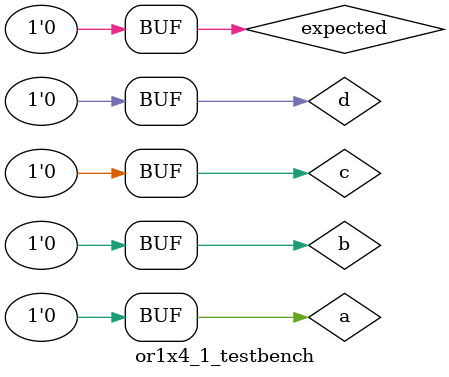
<source format=v>
`define DELAY 20
module or1x4_1_testbench();
   reg a, b, c, d;
   reg expected;
   wire tresult;
   wire      out;

   or1x4_1 o(out, a, b, c, d);
   xnor xn(tresult, out, expected);

   initial begin
      a=0;
      b=0;
      c=1;
      d=0;
      expected = 1'b1;
      #`DELAY;
      a=0;
      b=0;
      c=0;
      d=0;
      expected = 1'b0;
   end

   initial begin
      $monitor("time = %2d, a =%b, b=%b, c=%b, d=%b, out=%1b, expected=%1b, tresult=%1b", $time, a, b, c, d, out, expected, tresult);
   end

endmodule //or1x4_1_testbench

</source>
